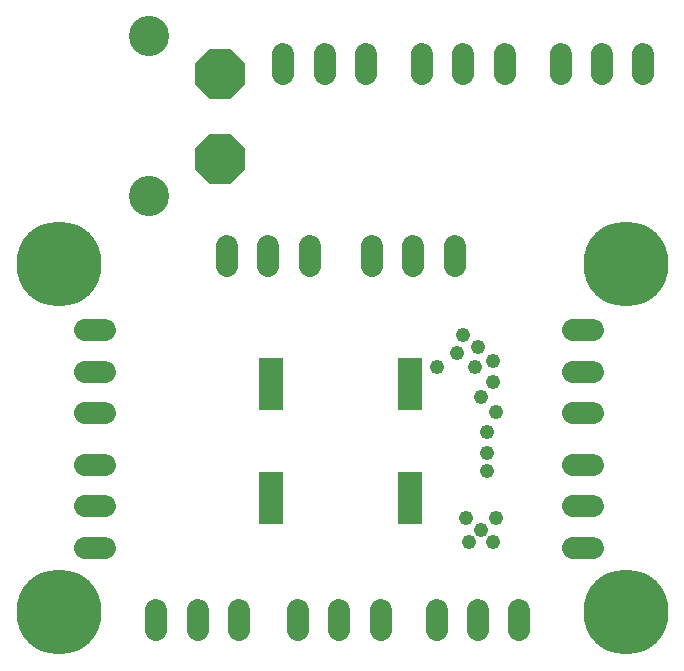
<source format=gbr>
G04 EAGLE Gerber RS-274X export*
G75*
%MOMM*%
%FSLAX34Y34*%
%LPD*%
%INSoldermask Top*%
%IPPOS*%
%AMOC8*
5,1,8,0,0,1.08239X$1,22.5*%
G01*
%ADD10C,7.203188*%
%ADD11P,4.566820X8X112.500000*%
%ADD12C,3.403600*%
%ADD13C,1.903200*%
%ADD14R,2.133600X4.521200*%
%ADD15C,1.209600*%


D10*
X-242140Y-233803D03*
X237860Y61197D03*
X-242140Y61197D03*
X237860Y-233803D03*
D11*
X-105540Y150097D03*
X-105540Y222097D03*
D12*
X-165540Y119097D03*
X-165540Y254097D03*
D13*
X-52140Y238697D02*
X-52140Y221697D01*
X-17140Y221697D02*
X-17140Y238697D01*
X17860Y238697D02*
X17860Y221697D01*
X65360Y221697D02*
X65360Y238697D01*
X100360Y238697D02*
X100360Y221697D01*
X135360Y221697D02*
X135360Y238697D01*
X182860Y238697D02*
X182860Y221697D01*
X217860Y221697D02*
X217860Y238697D01*
X252860Y238697D02*
X252860Y221697D01*
X22860Y76197D02*
X22860Y59197D01*
X57860Y59197D02*
X57860Y76197D01*
X92860Y76197D02*
X92860Y59197D01*
X-99640Y59197D02*
X-99640Y76197D01*
X-64640Y76197D02*
X-64640Y59197D01*
X-29640Y59197D02*
X-29640Y76197D01*
X193360Y4947D02*
X210360Y4947D01*
X210360Y-30053D02*
X193360Y-30053D01*
X193360Y-65053D02*
X210360Y-65053D01*
X210360Y-108803D02*
X193360Y-108803D01*
X193360Y-143803D02*
X210360Y-143803D01*
X210360Y-178803D02*
X193360Y-178803D01*
X-202640Y-65053D02*
X-219640Y-65053D01*
X-219640Y-30053D02*
X-202640Y-30053D01*
X-202640Y4947D02*
X-219640Y4947D01*
X-219640Y-178803D02*
X-202640Y-178803D01*
X-202640Y-143803D02*
X-219640Y-143803D01*
X-219640Y-108803D02*
X-202640Y-108803D01*
X147860Y-231803D02*
X147860Y-248803D01*
X112860Y-248803D02*
X112860Y-231803D01*
X77860Y-231803D02*
X77860Y-248803D01*
X-89640Y-248803D02*
X-89640Y-231803D01*
X-124640Y-231803D02*
X-124640Y-248803D01*
X-159640Y-248803D02*
X-159640Y-231803D01*
X30360Y-231803D02*
X30360Y-248803D01*
X-4640Y-248803D02*
X-4640Y-231803D01*
X-39640Y-231803D02*
X-39640Y-248803D01*
D14*
X-62140Y-137063D03*
X-62140Y-40543D03*
X55360Y-137063D03*
X55360Y-40543D03*
D15*
X102860Y-153803D03*
X127860Y-153803D03*
X115360Y-163803D03*
X125360Y-173803D03*
X105360Y-173803D03*
X125360Y-21303D03*
X112860Y-8803D03*
X125360Y-38803D03*
X110360Y-26303D03*
X95360Y-13803D03*
X100360Y1197D03*
X115360Y-51303D03*
X127860Y-63803D03*
X77860Y-26303D03*
X120360Y-113803D03*
X120360Y-98803D03*
X120360Y-81303D03*
M02*

</source>
